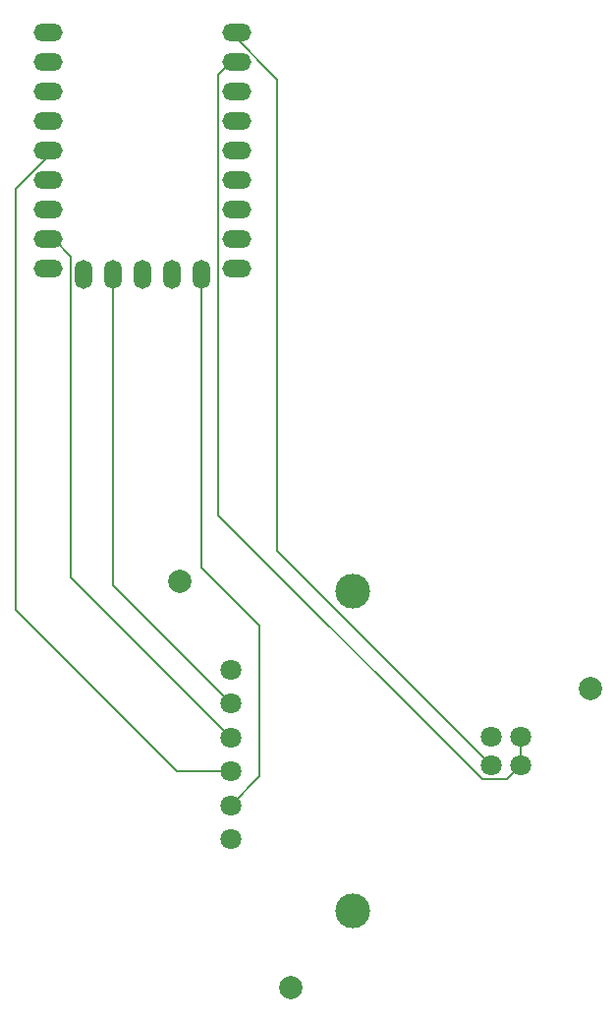
<source format=gbr>
%TF.GenerationSoftware,KiCad,Pcbnew,8.0.7*%
%TF.CreationDate,2025-01-02T13:50:35-06:00*%
%TF.ProjectId,fuckball,6675636b-6261-46c6-9c2e-6b696361645f,rev?*%
%TF.SameCoordinates,Original*%
%TF.FileFunction,Copper,L1,Top*%
%TF.FilePolarity,Positive*%
%FSLAX46Y46*%
G04 Gerber Fmt 4.6, Leading zero omitted, Abs format (unit mm)*
G04 Created by KiCad (PCBNEW 8.0.7) date 2025-01-02 13:50:35*
%MOMM*%
%LPD*%
G01*
G04 APERTURE LIST*
%TA.AperFunction,WasherPad*%
%ADD10C,3.000000*%
%TD*%
%TA.AperFunction,ComponentPad*%
%ADD11C,1.800000*%
%TD*%
%TA.AperFunction,WasherPad*%
%ADD12C,2.000000*%
%TD*%
%TA.AperFunction,ComponentPad*%
%ADD13O,2.500000X1.500000*%
%TD*%
%TA.AperFunction,ComponentPad*%
%ADD14O,1.500000X2.500000*%
%TD*%
%TA.AperFunction,Conductor*%
%ADD15C,0.200000*%
%TD*%
G04 APERTURE END LIST*
D10*
%TO.P,PMW3389,*%
%TO.N,*%
X195000000Y-87500000D03*
X195000000Y-115000000D03*
D11*
%TO.P,PMW3389,0,VDD*%
%TO.N,Net-(PMW3389-VDD)*%
X207000000Y-102500000D03*
%TO.P,PMW3389,1,VDD10*%
%TO.N,unconnected-(PMW3389-VDD10-Pad1)*%
X207000000Y-100000000D03*
%TO.P,PMW3389,2,GND*%
%TO.N,Net-(MX_Hotswap1-PadGND)*%
X209500000Y-102500000D03*
%TO.P,PMW3389,3,GND*%
X209500000Y-100000000D03*
%TO.P,PMW3389,4,MOT*%
%TO.N,unconnected-(PMW3389-MOT-Pad4)*%
X184500000Y-94241596D03*
%TO.P,PMW3389,5,SCLK*%
%TO.N,Net-(PMW3389-SCLK)*%
X184500000Y-97161064D03*
%TO.P,PMW3389,6,MOSI*%
%TO.N,Net-(PMW3389-MOSI)*%
X184500000Y-100080532D03*
%TO.P,PMW3389,7,MISO*%
%TO.N,Net-(PMW3389-MISO)*%
X184500000Y-103000000D03*
%TO.P,PMW3389,8,NCS*%
%TO.N,Net-(PMW3389-NCS)*%
X184500000Y-105919468D03*
%TO.P,PMW3389,9,NRESET*%
%TO.N,unconnected-(PMW3389-NRESET-Pad9)*%
X184500000Y-108838936D03*
%TD*%
D12*
%TO.P,Aball_Frame_34MM2,*%
%TO.N,*%
X189696699Y-121652543D03*
X180150758Y-86650758D03*
X215506097Y-95843146D03*
%TD*%
D13*
%TO.P,U1,0,0*%
%TO.N,unconnected-(U1-Pad0)*%
X168760000Y-39420000D03*
%TO.P,U1,1,1*%
%TO.N,unconnected-(U1-Pad1)*%
X168760000Y-41960000D03*
%TO.P,U1,2,2*%
%TO.N,unconnected-(U1-Pad2)*%
X168760000Y-44500000D03*
%TO.P,U1,3,3*%
%TO.N,unconnected-(U1-Pad3)*%
X168760000Y-47040000D03*
%TO.P,U1,3V3,3V3*%
%TO.N,unconnected-(U1-Pad3V3)*%
X185000000Y-44500000D03*
%TO.P,U1,4,4*%
%TO.N,Net-(PMW3389-MISO)*%
X168760000Y-49580000D03*
%TO.P,U1,5,5*%
%TO.N,unconnected-(U1-Pad5)*%
X168760000Y-52120000D03*
%TO.P,U1,5V,5V*%
%TO.N,Net-(PMW3389-VDD)*%
X185000000Y-39420000D03*
%TO.P,U1,6,6*%
%TO.N,unconnected-(U1-Pad6)*%
X168760000Y-54660000D03*
%TO.P,U1,7,7*%
%TO.N,Net-(PMW3389-MOSI)*%
X168760000Y-57200000D03*
%TO.P,U1,8,8*%
%TO.N,unconnected-(U1-Pad8)*%
X168760000Y-59740000D03*
D14*
%TO.P,U1,9,9*%
%TO.N,unconnected-(U1-Pad9)*%
X171800000Y-60240000D03*
%TO.P,U1,10,10*%
%TO.N,Net-(PMW3389-SCLK)*%
X174340000Y-60240000D03*
%TO.P,U1,11,11*%
%TO.N,unconnected-(U1-Pad11)*%
X176880000Y-60240000D03*
%TO.P,U1,12,12*%
%TO.N,unconnected-(U1-Pad12)*%
X179420000Y-60240000D03*
%TO.P,U1,13,13*%
%TO.N,Net-(PMW3389-NCS)*%
X181960000Y-60240000D03*
D13*
%TO.P,U1,14,14*%
%TO.N,unconnected-(U1-Pad14)*%
X185000000Y-59740000D03*
%TO.P,U1,15,15*%
%TO.N,unconnected-(U1-Pad15)*%
X185000000Y-57200000D03*
%TO.P,U1,26,26*%
%TO.N,unconnected-(U1-Pad26)*%
X185000000Y-54660000D03*
%TO.P,U1,27,27*%
%TO.N,unconnected-(U1-Pad27)*%
X185000000Y-52120000D03*
%TO.P,U1,28,28*%
%TO.N,unconnected-(U1-Pad28)*%
X185000000Y-49580000D03*
%TO.P,U1,29,29*%
%TO.N,Net-(MX_Hotswap1-Pad1)*%
X185000000Y-47040000D03*
%TO.P,U1,GND,GND*%
%TO.N,Net-(MX_Hotswap1-PadGND)*%
X185000000Y-41960000D03*
%TD*%
D15*
%TO.N,Net-(PMW3389-VDD)*%
X207000000Y-102500000D02*
X188550000Y-84050000D01*
X188550000Y-84050000D02*
X188550000Y-43470000D01*
X188550000Y-43470000D02*
X184500000Y-39420000D01*
%TO.N,Net-(PMW3389-NCS)*%
X187000000Y-90500000D02*
X187000000Y-103419468D01*
X187000000Y-103419468D02*
X184500000Y-105919468D01*
X181960000Y-59740000D02*
X181960000Y-85460000D01*
X181960000Y-85460000D02*
X187000000Y-90500000D01*
%TO.N,Net-(PMW3389-MISO)*%
X166000000Y-52840000D02*
X166000000Y-89116525D01*
X169260000Y-49580000D02*
X166000000Y-52840000D01*
X179883475Y-103000000D02*
X184500000Y-103000000D01*
X166000000Y-89116525D02*
X179883475Y-103000000D01*
%TO.N,Net-(PMW3389-MOSI)*%
X184500000Y-100080532D02*
X170750000Y-86330532D01*
X170750000Y-86330532D02*
X170750000Y-58690000D01*
X170750000Y-58690000D02*
X169260000Y-57200000D01*
%TO.N,Net-(PMW3389-SCLK)*%
X174340000Y-59740000D02*
X174340000Y-87001064D01*
X174340000Y-87001064D02*
X184500000Y-97161064D01*
%TO.N,Net-(MX_Hotswap1-PadGND)*%
X183450000Y-80950000D02*
X206200000Y-103700000D01*
X206200000Y-103700000D02*
X208300000Y-103700000D01*
X184500000Y-41960000D02*
X183450000Y-43010000D01*
X208300000Y-103700000D02*
X209500000Y-102500000D01*
X183450000Y-43010000D02*
X183450000Y-80950000D01*
X209500000Y-102500000D02*
X209500000Y-100000000D01*
%TD*%
M02*

</source>
